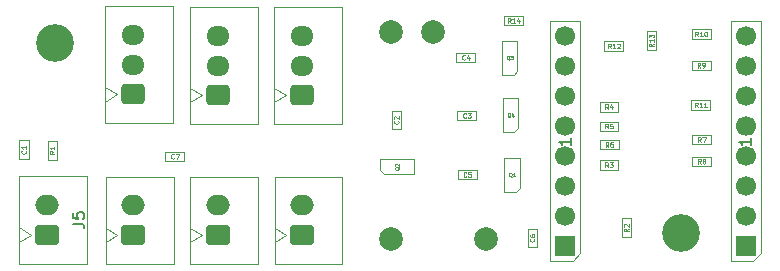
<source format=gbr>
%TF.GenerationSoftware,KiCad,Pcbnew,9.0.3*%
%TF.CreationDate,2025-09-10T20:52:41+09:00*%
%TF.ProjectId,mirror_Shooter_v2,6d697272-6f72-45f5-9368-6f6f7465725f,rev?*%
%TF.SameCoordinates,Original*%
%TF.FileFunction,Soldermask,Bot*%
%TF.FilePolarity,Negative*%
%FSLAX46Y46*%
G04 Gerber Fmt 4.6, Leading zero omitted, Abs format (unit mm)*
G04 Created by KiCad (PCBNEW 9.0.3) date 2025-09-10 20:52:41*
%MOMM*%
%LPD*%
G01*
G04 APERTURE LIST*
G04 Aperture macros list*
%AMRoundRect*
0 Rectangle with rounded corners*
0 $1 Rounding radius*
0 $2 $3 $4 $5 $6 $7 $8 $9 X,Y pos of 4 corners*
0 Add a 4 corners polygon primitive as box body*
4,1,4,$2,$3,$4,$5,$6,$7,$8,$9,$2,$3,0*
0 Add four circle primitives for the rounded corners*
1,1,$1+$1,$2,$3*
1,1,$1+$1,$4,$5*
1,1,$1+$1,$6,$7*
1,1,$1+$1,$8,$9*
0 Add four rect primitives between the rounded corners*
20,1,$1+$1,$2,$3,$4,$5,0*
20,1,$1+$1,$4,$5,$6,$7,0*
20,1,$1+$1,$6,$7,$8,$9,0*
20,1,$1+$1,$8,$9,$2,$3,0*%
G04 Aperture macros list end*
%ADD10RoundRect,0.250000X0.750000X-0.600000X0.750000X0.600000X-0.750000X0.600000X-0.750000X-0.600000X0*%
%ADD11O,2.000000X1.700000*%
%ADD12C,3.200000*%
%ADD13C,1.700000*%
%ADD14R,1.700000X1.700000*%
%ADD15RoundRect,0.250000X0.725000X-0.600000X0.725000X0.600000X-0.725000X0.600000X-0.725000X-0.600000X0*%
%ADD16O,1.950000X1.700000*%
%ADD17C,2.000000*%
%ADD18C,0.060000*%
%ADD19C,0.150000*%
%ADD20C,0.050000*%
%ADD21C,0.100000*%
G04 APERTURE END LIST*
D10*
%TO.C,J5*%
X162814000Y-118324000D03*
D11*
X162814000Y-115824000D03*
%TD*%
D12*
%TO.C,H1*%
X163450000Y-102100000D03*
%TD*%
%TO.C,H2*%
X216490000Y-118140000D03*
%TD*%
D13*
%TO.C,J10*%
X206700000Y-101460000D03*
X206700000Y-104000000D03*
X206700000Y-106540000D03*
X206700000Y-109080000D03*
X206700000Y-111620000D03*
X206700000Y-114160000D03*
X206700000Y-116700000D03*
D14*
X206700000Y-119240000D03*
%TD*%
D15*
%TO.C,J1*%
X184400000Y-106500000D03*
D16*
X184400000Y-104000000D03*
X184400000Y-101500000D03*
%TD*%
D15*
%TO.C,J3*%
X170100000Y-106450000D03*
D16*
X170100000Y-103950000D03*
X170100000Y-101450000D03*
%TD*%
D15*
%TO.C,J2*%
X177250000Y-106500000D03*
D16*
X177250000Y-104000000D03*
X177250000Y-101500000D03*
%TD*%
D17*
%TO.C,J9*%
X199950000Y-118680900D03*
X191950000Y-118680900D03*
%TD*%
D10*
%TO.C,J7*%
X170125000Y-118350000D03*
D11*
X170125000Y-115850000D03*
%TD*%
D10*
%TO.C,J8*%
X184425000Y-118350000D03*
D11*
X184425000Y-115850000D03*
%TD*%
D17*
%TO.C,J4*%
X191950000Y-101180900D03*
X195450000Y-101180900D03*
%TD*%
D10*
%TO.C,J6*%
X177275000Y-118350000D03*
D11*
X177275000Y-115850000D03*
%TD*%
D14*
%TO.C,J11*%
X221950000Y-119240000D03*
D13*
X221950000Y-116700000D03*
X221950000Y-114160000D03*
X221950000Y-111620000D03*
X221950000Y-109080000D03*
X221950000Y-106540000D03*
X221950000Y-104000000D03*
X221950000Y-101460000D03*
%TD*%
D18*
X202053857Y-100384927D02*
X201920524Y-100194451D01*
X201825286Y-100384927D02*
X201825286Y-99984927D01*
X201825286Y-99984927D02*
X201977667Y-99984927D01*
X201977667Y-99984927D02*
X202015762Y-100003975D01*
X202015762Y-100003975D02*
X202034809Y-100023022D01*
X202034809Y-100023022D02*
X202053857Y-100061118D01*
X202053857Y-100061118D02*
X202053857Y-100118260D01*
X202053857Y-100118260D02*
X202034809Y-100156356D01*
X202034809Y-100156356D02*
X202015762Y-100175403D01*
X202015762Y-100175403D02*
X201977667Y-100194451D01*
X201977667Y-100194451D02*
X201825286Y-100194451D01*
X202434809Y-100384927D02*
X202206238Y-100384927D01*
X202320524Y-100384927D02*
X202320524Y-99984927D01*
X202320524Y-99984927D02*
X202282428Y-100042070D01*
X202282428Y-100042070D02*
X202244333Y-100080165D01*
X202244333Y-100080165D02*
X202206238Y-100099213D01*
X202777666Y-100118260D02*
X202777666Y-100384927D01*
X202682428Y-99965880D02*
X202587190Y-100251594D01*
X202587190Y-100251594D02*
X202834809Y-100251594D01*
X214176927Y-102137642D02*
X213986451Y-102270975D01*
X214176927Y-102366213D02*
X213776927Y-102366213D01*
X213776927Y-102366213D02*
X213776927Y-102213832D01*
X213776927Y-102213832D02*
X213795975Y-102175737D01*
X213795975Y-102175737D02*
X213815022Y-102156690D01*
X213815022Y-102156690D02*
X213853118Y-102137642D01*
X213853118Y-102137642D02*
X213910260Y-102137642D01*
X213910260Y-102137642D02*
X213948356Y-102156690D01*
X213948356Y-102156690D02*
X213967403Y-102175737D01*
X213967403Y-102175737D02*
X213986451Y-102213832D01*
X213986451Y-102213832D02*
X213986451Y-102366213D01*
X214176927Y-101756690D02*
X214176927Y-101985261D01*
X214176927Y-101870975D02*
X213776927Y-101870975D01*
X213776927Y-101870975D02*
X213834070Y-101909071D01*
X213834070Y-101909071D02*
X213872165Y-101947166D01*
X213872165Y-101947166D02*
X213891213Y-101985261D01*
X213776927Y-101623357D02*
X213776927Y-101375738D01*
X213776927Y-101375738D02*
X213929308Y-101509071D01*
X213929308Y-101509071D02*
X213929308Y-101451928D01*
X213929308Y-101451928D02*
X213948356Y-101413833D01*
X213948356Y-101413833D02*
X213967403Y-101394785D01*
X213967403Y-101394785D02*
X214005499Y-101375738D01*
X214005499Y-101375738D02*
X214100737Y-101375738D01*
X214100737Y-101375738D02*
X214138832Y-101394785D01*
X214138832Y-101394785D02*
X214157880Y-101413833D01*
X214157880Y-101413833D02*
X214176927Y-101451928D01*
X214176927Y-101451928D02*
X214176927Y-101566214D01*
X214176927Y-101566214D02*
X214157880Y-101604309D01*
X214157880Y-101604309D02*
X214138832Y-101623357D01*
X210536357Y-102543927D02*
X210403024Y-102353451D01*
X210307786Y-102543927D02*
X210307786Y-102143927D01*
X210307786Y-102143927D02*
X210460167Y-102143927D01*
X210460167Y-102143927D02*
X210498262Y-102162975D01*
X210498262Y-102162975D02*
X210517309Y-102182022D01*
X210517309Y-102182022D02*
X210536357Y-102220118D01*
X210536357Y-102220118D02*
X210536357Y-102277260D01*
X210536357Y-102277260D02*
X210517309Y-102315356D01*
X210517309Y-102315356D02*
X210498262Y-102334403D01*
X210498262Y-102334403D02*
X210460167Y-102353451D01*
X210460167Y-102353451D02*
X210307786Y-102353451D01*
X210917309Y-102543927D02*
X210688738Y-102543927D01*
X210803024Y-102543927D02*
X210803024Y-102143927D01*
X210803024Y-102143927D02*
X210764928Y-102201070D01*
X210764928Y-102201070D02*
X210726833Y-102239165D01*
X210726833Y-102239165D02*
X210688738Y-102258213D01*
X211069690Y-102182022D02*
X211088738Y-102162975D01*
X211088738Y-102162975D02*
X211126833Y-102143927D01*
X211126833Y-102143927D02*
X211222071Y-102143927D01*
X211222071Y-102143927D02*
X211260166Y-102162975D01*
X211260166Y-102162975D02*
X211279214Y-102182022D01*
X211279214Y-102182022D02*
X211298261Y-102220118D01*
X211298261Y-102220118D02*
X211298261Y-102258213D01*
X211298261Y-102258213D02*
X211279214Y-102315356D01*
X211279214Y-102315356D02*
X211050642Y-102543927D01*
X211050642Y-102543927D02*
X211298261Y-102543927D01*
D19*
X164968819Y-117407333D02*
X165683104Y-117407333D01*
X165683104Y-117407333D02*
X165825961Y-117454952D01*
X165825961Y-117454952D02*
X165921200Y-117550190D01*
X165921200Y-117550190D02*
X165968819Y-117693047D01*
X165968819Y-117693047D02*
X165968819Y-117788285D01*
X164968819Y-116454952D02*
X164968819Y-116931142D01*
X164968819Y-116931142D02*
X165445009Y-116978761D01*
X165445009Y-116978761D02*
X165397390Y-116931142D01*
X165397390Y-116931142D02*
X165349771Y-116835904D01*
X165349771Y-116835904D02*
X165349771Y-116597809D01*
X165349771Y-116597809D02*
X165397390Y-116502571D01*
X165397390Y-116502571D02*
X165445009Y-116454952D01*
X165445009Y-116454952D02*
X165540247Y-116407333D01*
X165540247Y-116407333D02*
X165778342Y-116407333D01*
X165778342Y-116407333D02*
X165873580Y-116454952D01*
X165873580Y-116454952D02*
X165921200Y-116502571D01*
X165921200Y-116502571D02*
X165968819Y-116597809D01*
X165968819Y-116597809D02*
X165968819Y-116835904D01*
X165968819Y-116835904D02*
X165921200Y-116931142D01*
X165921200Y-116931142D02*
X165873580Y-116978761D01*
X162688095Y-102554819D02*
X162688095Y-101554819D01*
X162688095Y-102031009D02*
X163259523Y-102031009D01*
X163259523Y-102554819D02*
X163259523Y-101554819D01*
X164259523Y-102554819D02*
X163688095Y-102554819D01*
X163973809Y-102554819D02*
X163973809Y-101554819D01*
X163973809Y-101554819D02*
X163878571Y-101697676D01*
X163878571Y-101697676D02*
X163783333Y-101792914D01*
X163783333Y-101792914D02*
X163688095Y-101840533D01*
X215728095Y-118594819D02*
X215728095Y-117594819D01*
X215728095Y-118071009D02*
X216299523Y-118071009D01*
X216299523Y-118594819D02*
X216299523Y-117594819D01*
X216728095Y-117690057D02*
X216775714Y-117642438D01*
X216775714Y-117642438D02*
X216870952Y-117594819D01*
X216870952Y-117594819D02*
X217109047Y-117594819D01*
X217109047Y-117594819D02*
X217204285Y-117642438D01*
X217204285Y-117642438D02*
X217251904Y-117690057D01*
X217251904Y-117690057D02*
X217299523Y-117785295D01*
X217299523Y-117785295D02*
X217299523Y-117880533D01*
X217299523Y-117880533D02*
X217251904Y-118023390D01*
X217251904Y-118023390D02*
X216680476Y-118594819D01*
X216680476Y-118594819D02*
X217299523Y-118594819D01*
X206154819Y-111159523D02*
X206869104Y-111159523D01*
X206869104Y-111159523D02*
X207011961Y-111207142D01*
X207011961Y-111207142D02*
X207107200Y-111302380D01*
X207107200Y-111302380D02*
X207154819Y-111445237D01*
X207154819Y-111445237D02*
X207154819Y-111540475D01*
X207154819Y-110159523D02*
X207154819Y-110730951D01*
X207154819Y-110445237D02*
X206154819Y-110445237D01*
X206154819Y-110445237D02*
X206297676Y-110540475D01*
X206297676Y-110540475D02*
X206392914Y-110635713D01*
X206392914Y-110635713D02*
X206440533Y-110730951D01*
X206154819Y-109540475D02*
X206154819Y-109445237D01*
X206154819Y-109445237D02*
X206202438Y-109349999D01*
X206202438Y-109349999D02*
X206250057Y-109302380D01*
X206250057Y-109302380D02*
X206345295Y-109254761D01*
X206345295Y-109254761D02*
X206535771Y-109207142D01*
X206535771Y-109207142D02*
X206773866Y-109207142D01*
X206773866Y-109207142D02*
X206964342Y-109254761D01*
X206964342Y-109254761D02*
X207059580Y-109302380D01*
X207059580Y-109302380D02*
X207107200Y-109349999D01*
X207107200Y-109349999D02*
X207154819Y-109445237D01*
X207154819Y-109445237D02*
X207154819Y-109540475D01*
X207154819Y-109540475D02*
X207107200Y-109635713D01*
X207107200Y-109635713D02*
X207059580Y-109683332D01*
X207059580Y-109683332D02*
X206964342Y-109730951D01*
X206964342Y-109730951D02*
X206773866Y-109778570D01*
X206773866Y-109778570D02*
X206535771Y-109778570D01*
X206535771Y-109778570D02*
X206345295Y-109730951D01*
X206345295Y-109730951D02*
X206250057Y-109683332D01*
X206250057Y-109683332D02*
X206202438Y-109635713D01*
X206202438Y-109635713D02*
X206154819Y-109540475D01*
D18*
X163431927Y-111254166D02*
X163241451Y-111387499D01*
X163431927Y-111482737D02*
X163031927Y-111482737D01*
X163031927Y-111482737D02*
X163031927Y-111330356D01*
X163031927Y-111330356D02*
X163050975Y-111292261D01*
X163050975Y-111292261D02*
X163070022Y-111273214D01*
X163070022Y-111273214D02*
X163108118Y-111254166D01*
X163108118Y-111254166D02*
X163165260Y-111254166D01*
X163165260Y-111254166D02*
X163203356Y-111273214D01*
X163203356Y-111273214D02*
X163222403Y-111292261D01*
X163222403Y-111292261D02*
X163241451Y-111330356D01*
X163241451Y-111330356D02*
X163241451Y-111482737D01*
X163431927Y-110873214D02*
X163431927Y-111101785D01*
X163431927Y-110987499D02*
X163031927Y-110987499D01*
X163031927Y-110987499D02*
X163089070Y-111025595D01*
X163089070Y-111025595D02*
X163127165Y-111063690D01*
X163127165Y-111063690D02*
X163146213Y-111101785D01*
X210320833Y-107681927D02*
X210187500Y-107491451D01*
X210092262Y-107681927D02*
X210092262Y-107281927D01*
X210092262Y-107281927D02*
X210244643Y-107281927D01*
X210244643Y-107281927D02*
X210282738Y-107300975D01*
X210282738Y-107300975D02*
X210301785Y-107320022D01*
X210301785Y-107320022D02*
X210320833Y-107358118D01*
X210320833Y-107358118D02*
X210320833Y-107415260D01*
X210320833Y-107415260D02*
X210301785Y-107453356D01*
X210301785Y-107453356D02*
X210282738Y-107472403D01*
X210282738Y-107472403D02*
X210244643Y-107491451D01*
X210244643Y-107491451D02*
X210092262Y-107491451D01*
X210663690Y-107415260D02*
X210663690Y-107681927D01*
X210568452Y-107262880D02*
X210473214Y-107548594D01*
X210473214Y-107548594D02*
X210720833Y-107548594D01*
X218169033Y-110468727D02*
X218035700Y-110278251D01*
X217940462Y-110468727D02*
X217940462Y-110068727D01*
X217940462Y-110068727D02*
X218092843Y-110068727D01*
X218092843Y-110068727D02*
X218130938Y-110087775D01*
X218130938Y-110087775D02*
X218149985Y-110106822D01*
X218149985Y-110106822D02*
X218169033Y-110144918D01*
X218169033Y-110144918D02*
X218169033Y-110202060D01*
X218169033Y-110202060D02*
X218149985Y-110240156D01*
X218149985Y-110240156D02*
X218130938Y-110259203D01*
X218130938Y-110259203D02*
X218092843Y-110278251D01*
X218092843Y-110278251D02*
X217940462Y-110278251D01*
X218302366Y-110068727D02*
X218569033Y-110068727D01*
X218569033Y-110068727D02*
X218397604Y-110468727D01*
X204043832Y-118666666D02*
X204062880Y-118685714D01*
X204062880Y-118685714D02*
X204081927Y-118742856D01*
X204081927Y-118742856D02*
X204081927Y-118780952D01*
X204081927Y-118780952D02*
X204062880Y-118838095D01*
X204062880Y-118838095D02*
X204024784Y-118876190D01*
X204024784Y-118876190D02*
X203986689Y-118895237D01*
X203986689Y-118895237D02*
X203910499Y-118914285D01*
X203910499Y-118914285D02*
X203853356Y-118914285D01*
X203853356Y-118914285D02*
X203777165Y-118895237D01*
X203777165Y-118895237D02*
X203739070Y-118876190D01*
X203739070Y-118876190D02*
X203700975Y-118838095D01*
X203700975Y-118838095D02*
X203681927Y-118780952D01*
X203681927Y-118780952D02*
X203681927Y-118742856D01*
X203681927Y-118742856D02*
X203700975Y-118685714D01*
X203700975Y-118685714D02*
X203720022Y-118666666D01*
X203681927Y-118323809D02*
X203681927Y-118399999D01*
X203681927Y-118399999D02*
X203700975Y-118438095D01*
X203700975Y-118438095D02*
X203720022Y-118457142D01*
X203720022Y-118457142D02*
X203777165Y-118495237D01*
X203777165Y-118495237D02*
X203853356Y-118514285D01*
X203853356Y-118514285D02*
X204005737Y-118514285D01*
X204005737Y-118514285D02*
X204043832Y-118495237D01*
X204043832Y-118495237D02*
X204062880Y-118476190D01*
X204062880Y-118476190D02*
X204081927Y-118438095D01*
X204081927Y-118438095D02*
X204081927Y-118361904D01*
X204081927Y-118361904D02*
X204062880Y-118323809D01*
X204062880Y-118323809D02*
X204043832Y-118304761D01*
X204043832Y-118304761D02*
X204005737Y-118285714D01*
X204005737Y-118285714D02*
X203910499Y-118285714D01*
X203910499Y-118285714D02*
X203872403Y-118304761D01*
X203872403Y-118304761D02*
X203853356Y-118323809D01*
X203853356Y-118323809D02*
X203834308Y-118361904D01*
X203834308Y-118361904D02*
X203834308Y-118438095D01*
X203834308Y-118438095D02*
X203853356Y-118476190D01*
X203853356Y-118476190D02*
X203872403Y-118495237D01*
X203872403Y-118495237D02*
X203910499Y-118514285D01*
X217900357Y-107531927D02*
X217767024Y-107341451D01*
X217671786Y-107531927D02*
X217671786Y-107131927D01*
X217671786Y-107131927D02*
X217824167Y-107131927D01*
X217824167Y-107131927D02*
X217862262Y-107150975D01*
X217862262Y-107150975D02*
X217881309Y-107170022D01*
X217881309Y-107170022D02*
X217900357Y-107208118D01*
X217900357Y-107208118D02*
X217900357Y-107265260D01*
X217900357Y-107265260D02*
X217881309Y-107303356D01*
X217881309Y-107303356D02*
X217862262Y-107322403D01*
X217862262Y-107322403D02*
X217824167Y-107341451D01*
X217824167Y-107341451D02*
X217671786Y-107341451D01*
X218281309Y-107531927D02*
X218052738Y-107531927D01*
X218167024Y-107531927D02*
X218167024Y-107131927D01*
X218167024Y-107131927D02*
X218128928Y-107189070D01*
X218128928Y-107189070D02*
X218090833Y-107227165D01*
X218090833Y-107227165D02*
X218052738Y-107246213D01*
X218662261Y-107531927D02*
X218433690Y-107531927D01*
X218547976Y-107531927D02*
X218547976Y-107131927D01*
X218547976Y-107131927D02*
X218509880Y-107189070D01*
X218509880Y-107189070D02*
X218471785Y-107227165D01*
X218471785Y-107227165D02*
X218433690Y-107246213D01*
X210320833Y-112592927D02*
X210187500Y-112402451D01*
X210092262Y-112592927D02*
X210092262Y-112192927D01*
X210092262Y-112192927D02*
X210244643Y-112192927D01*
X210244643Y-112192927D02*
X210282738Y-112211975D01*
X210282738Y-112211975D02*
X210301785Y-112231022D01*
X210301785Y-112231022D02*
X210320833Y-112269118D01*
X210320833Y-112269118D02*
X210320833Y-112326260D01*
X210320833Y-112326260D02*
X210301785Y-112364356D01*
X210301785Y-112364356D02*
X210282738Y-112383403D01*
X210282738Y-112383403D02*
X210244643Y-112402451D01*
X210244643Y-112402451D02*
X210092262Y-112402451D01*
X210454166Y-112192927D02*
X210701785Y-112192927D01*
X210701785Y-112192927D02*
X210568452Y-112345308D01*
X210568452Y-112345308D02*
X210625595Y-112345308D01*
X210625595Y-112345308D02*
X210663690Y-112364356D01*
X210663690Y-112364356D02*
X210682738Y-112383403D01*
X210682738Y-112383403D02*
X210701785Y-112421499D01*
X210701785Y-112421499D02*
X210701785Y-112516737D01*
X210701785Y-112516737D02*
X210682738Y-112554832D01*
X210682738Y-112554832D02*
X210663690Y-112573880D01*
X210663690Y-112573880D02*
X210625595Y-112592927D01*
X210625595Y-112592927D02*
X210511309Y-112592927D01*
X210511309Y-112592927D02*
X210473214Y-112573880D01*
X210473214Y-112573880D02*
X210454166Y-112554832D01*
X212041927Y-117806666D02*
X211851451Y-117939999D01*
X212041927Y-118035237D02*
X211641927Y-118035237D01*
X211641927Y-118035237D02*
X211641927Y-117882856D01*
X211641927Y-117882856D02*
X211660975Y-117844761D01*
X211660975Y-117844761D02*
X211680022Y-117825714D01*
X211680022Y-117825714D02*
X211718118Y-117806666D01*
X211718118Y-117806666D02*
X211775260Y-117806666D01*
X211775260Y-117806666D02*
X211813356Y-117825714D01*
X211813356Y-117825714D02*
X211832403Y-117844761D01*
X211832403Y-117844761D02*
X211851451Y-117882856D01*
X211851451Y-117882856D02*
X211851451Y-118035237D01*
X211680022Y-117654285D02*
X211660975Y-117635237D01*
X211660975Y-117635237D02*
X211641927Y-117597142D01*
X211641927Y-117597142D02*
X211641927Y-117501904D01*
X211641927Y-117501904D02*
X211660975Y-117463809D01*
X211660975Y-117463809D02*
X211680022Y-117444761D01*
X211680022Y-117444761D02*
X211718118Y-117425714D01*
X211718118Y-117425714D02*
X211756213Y-117425714D01*
X211756213Y-117425714D02*
X211813356Y-117444761D01*
X211813356Y-117444761D02*
X212041927Y-117673333D01*
X212041927Y-117673333D02*
X212041927Y-117425714D01*
D20*
X202032023Y-108375914D02*
X202001547Y-108360676D01*
X202001547Y-108360676D02*
X201971071Y-108330200D01*
X201971071Y-108330200D02*
X201925357Y-108284485D01*
X201925357Y-108284485D02*
X201894880Y-108269247D01*
X201894880Y-108269247D02*
X201864404Y-108269247D01*
X201879642Y-108345438D02*
X201849166Y-108330200D01*
X201849166Y-108330200D02*
X201818690Y-108299723D01*
X201818690Y-108299723D02*
X201803452Y-108238771D01*
X201803452Y-108238771D02*
X201803452Y-108132104D01*
X201803452Y-108132104D02*
X201818690Y-108071152D01*
X201818690Y-108071152D02*
X201849166Y-108040676D01*
X201849166Y-108040676D02*
X201879642Y-108025438D01*
X201879642Y-108025438D02*
X201940595Y-108025438D01*
X201940595Y-108025438D02*
X201971071Y-108040676D01*
X201971071Y-108040676D02*
X202001547Y-108071152D01*
X202001547Y-108071152D02*
X202016785Y-108132104D01*
X202016785Y-108132104D02*
X202016785Y-108238771D01*
X202016785Y-108238771D02*
X202001547Y-108299723D01*
X202001547Y-108299723D02*
X201971071Y-108330200D01*
X201971071Y-108330200D02*
X201940595Y-108345438D01*
X201940595Y-108345438D02*
X201879642Y-108345438D01*
X202291071Y-108132104D02*
X202291071Y-108345438D01*
X202214880Y-108010200D02*
X202138690Y-108238771D01*
X202138690Y-108238771D02*
X202336785Y-108238771D01*
D18*
X217929957Y-101527927D02*
X217796624Y-101337451D01*
X217701386Y-101527927D02*
X217701386Y-101127927D01*
X217701386Y-101127927D02*
X217853767Y-101127927D01*
X217853767Y-101127927D02*
X217891862Y-101146975D01*
X217891862Y-101146975D02*
X217910909Y-101166022D01*
X217910909Y-101166022D02*
X217929957Y-101204118D01*
X217929957Y-101204118D02*
X217929957Y-101261260D01*
X217929957Y-101261260D02*
X217910909Y-101299356D01*
X217910909Y-101299356D02*
X217891862Y-101318403D01*
X217891862Y-101318403D02*
X217853767Y-101337451D01*
X217853767Y-101337451D02*
X217701386Y-101337451D01*
X218310909Y-101527927D02*
X218082338Y-101527927D01*
X218196624Y-101527927D02*
X218196624Y-101127927D01*
X218196624Y-101127927D02*
X218158528Y-101185070D01*
X218158528Y-101185070D02*
X218120433Y-101223165D01*
X218120433Y-101223165D02*
X218082338Y-101242213D01*
X218558528Y-101127927D02*
X218596623Y-101127927D01*
X218596623Y-101127927D02*
X218634719Y-101146975D01*
X218634719Y-101146975D02*
X218653766Y-101166022D01*
X218653766Y-101166022D02*
X218672814Y-101204118D01*
X218672814Y-101204118D02*
X218691861Y-101280308D01*
X218691861Y-101280308D02*
X218691861Y-101375546D01*
X218691861Y-101375546D02*
X218672814Y-101451737D01*
X218672814Y-101451737D02*
X218653766Y-101489832D01*
X218653766Y-101489832D02*
X218634719Y-101508880D01*
X218634719Y-101508880D02*
X218596623Y-101527927D01*
X218596623Y-101527927D02*
X218558528Y-101527927D01*
X218558528Y-101527927D02*
X218520433Y-101508880D01*
X218520433Y-101508880D02*
X218501385Y-101489832D01*
X218501385Y-101489832D02*
X218482338Y-101451737D01*
X218482338Y-101451737D02*
X218463290Y-101375546D01*
X218463290Y-101375546D02*
X218463290Y-101280308D01*
X218463290Y-101280308D02*
X218482338Y-101204118D01*
X218482338Y-101204118D02*
X218501385Y-101166022D01*
X218501385Y-101166022D02*
X218520433Y-101146975D01*
X218520433Y-101146975D02*
X218558528Y-101127927D01*
X210320833Y-109332927D02*
X210187500Y-109142451D01*
X210092262Y-109332927D02*
X210092262Y-108932927D01*
X210092262Y-108932927D02*
X210244643Y-108932927D01*
X210244643Y-108932927D02*
X210282738Y-108951975D01*
X210282738Y-108951975D02*
X210301785Y-108971022D01*
X210301785Y-108971022D02*
X210320833Y-109009118D01*
X210320833Y-109009118D02*
X210320833Y-109066260D01*
X210320833Y-109066260D02*
X210301785Y-109104356D01*
X210301785Y-109104356D02*
X210282738Y-109123403D01*
X210282738Y-109123403D02*
X210244643Y-109142451D01*
X210244643Y-109142451D02*
X210092262Y-109142451D01*
X210682738Y-108932927D02*
X210492262Y-108932927D01*
X210492262Y-108932927D02*
X210473214Y-109123403D01*
X210473214Y-109123403D02*
X210492262Y-109104356D01*
X210492262Y-109104356D02*
X210530357Y-109085308D01*
X210530357Y-109085308D02*
X210625595Y-109085308D01*
X210625595Y-109085308D02*
X210663690Y-109104356D01*
X210663690Y-109104356D02*
X210682738Y-109123403D01*
X210682738Y-109123403D02*
X210701785Y-109161499D01*
X210701785Y-109161499D02*
X210701785Y-109256737D01*
X210701785Y-109256737D02*
X210682738Y-109294832D01*
X210682738Y-109294832D02*
X210663690Y-109313880D01*
X210663690Y-109313880D02*
X210625595Y-109332927D01*
X210625595Y-109332927D02*
X210530357Y-109332927D01*
X210530357Y-109332927D02*
X210492262Y-109313880D01*
X210492262Y-109313880D02*
X210473214Y-109294832D01*
X198320833Y-113393832D02*
X198301785Y-113412880D01*
X198301785Y-113412880D02*
X198244643Y-113431927D01*
X198244643Y-113431927D02*
X198206547Y-113431927D01*
X198206547Y-113431927D02*
X198149404Y-113412880D01*
X198149404Y-113412880D02*
X198111309Y-113374784D01*
X198111309Y-113374784D02*
X198092262Y-113336689D01*
X198092262Y-113336689D02*
X198073214Y-113260499D01*
X198073214Y-113260499D02*
X198073214Y-113203356D01*
X198073214Y-113203356D02*
X198092262Y-113127165D01*
X198092262Y-113127165D02*
X198111309Y-113089070D01*
X198111309Y-113089070D02*
X198149404Y-113050975D01*
X198149404Y-113050975D02*
X198206547Y-113031927D01*
X198206547Y-113031927D02*
X198244643Y-113031927D01*
X198244643Y-113031927D02*
X198301785Y-113050975D01*
X198301785Y-113050975D02*
X198320833Y-113070022D01*
X198682738Y-113031927D02*
X198492262Y-113031927D01*
X198492262Y-113031927D02*
X198473214Y-113222403D01*
X198473214Y-113222403D02*
X198492262Y-113203356D01*
X198492262Y-113203356D02*
X198530357Y-113184308D01*
X198530357Y-113184308D02*
X198625595Y-113184308D01*
X198625595Y-113184308D02*
X198663690Y-113203356D01*
X198663690Y-113203356D02*
X198682738Y-113222403D01*
X198682738Y-113222403D02*
X198701785Y-113260499D01*
X198701785Y-113260499D02*
X198701785Y-113355737D01*
X198701785Y-113355737D02*
X198682738Y-113393832D01*
X198682738Y-113393832D02*
X198663690Y-113412880D01*
X198663690Y-113412880D02*
X198625595Y-113431927D01*
X198625595Y-113431927D02*
X198530357Y-113431927D01*
X198530357Y-113431927D02*
X198492262Y-113412880D01*
X198492262Y-113412880D02*
X198473214Y-113393832D01*
D20*
X202157023Y-113425914D02*
X202126547Y-113410676D01*
X202126547Y-113410676D02*
X202096071Y-113380200D01*
X202096071Y-113380200D02*
X202050357Y-113334485D01*
X202050357Y-113334485D02*
X202019880Y-113319247D01*
X202019880Y-113319247D02*
X201989404Y-113319247D01*
X202004642Y-113395438D02*
X201974166Y-113380200D01*
X201974166Y-113380200D02*
X201943690Y-113349723D01*
X201943690Y-113349723D02*
X201928452Y-113288771D01*
X201928452Y-113288771D02*
X201928452Y-113182104D01*
X201928452Y-113182104D02*
X201943690Y-113121152D01*
X201943690Y-113121152D02*
X201974166Y-113090676D01*
X201974166Y-113090676D02*
X202004642Y-113075438D01*
X202004642Y-113075438D02*
X202065595Y-113075438D01*
X202065595Y-113075438D02*
X202096071Y-113090676D01*
X202096071Y-113090676D02*
X202126547Y-113121152D01*
X202126547Y-113121152D02*
X202141785Y-113182104D01*
X202141785Y-113182104D02*
X202141785Y-113288771D01*
X202141785Y-113288771D02*
X202126547Y-113349723D01*
X202126547Y-113349723D02*
X202096071Y-113380200D01*
X202096071Y-113380200D02*
X202065595Y-113395438D01*
X202065595Y-113395438D02*
X202004642Y-113395438D01*
X202446547Y-113395438D02*
X202263690Y-113395438D01*
X202355118Y-113395438D02*
X202355118Y-113075438D01*
X202355118Y-113075438D02*
X202324642Y-113121152D01*
X202324642Y-113121152D02*
X202294166Y-113151628D01*
X202294166Y-113151628D02*
X202263690Y-113166866D01*
D18*
X198295833Y-108393832D02*
X198276785Y-108412880D01*
X198276785Y-108412880D02*
X198219643Y-108431927D01*
X198219643Y-108431927D02*
X198181547Y-108431927D01*
X198181547Y-108431927D02*
X198124404Y-108412880D01*
X198124404Y-108412880D02*
X198086309Y-108374784D01*
X198086309Y-108374784D02*
X198067262Y-108336689D01*
X198067262Y-108336689D02*
X198048214Y-108260499D01*
X198048214Y-108260499D02*
X198048214Y-108203356D01*
X198048214Y-108203356D02*
X198067262Y-108127165D01*
X198067262Y-108127165D02*
X198086309Y-108089070D01*
X198086309Y-108089070D02*
X198124404Y-108050975D01*
X198124404Y-108050975D02*
X198181547Y-108031927D01*
X198181547Y-108031927D02*
X198219643Y-108031927D01*
X198219643Y-108031927D02*
X198276785Y-108050975D01*
X198276785Y-108050975D02*
X198295833Y-108070022D01*
X198429166Y-108031927D02*
X198676785Y-108031927D01*
X198676785Y-108031927D02*
X198543452Y-108184308D01*
X198543452Y-108184308D02*
X198600595Y-108184308D01*
X198600595Y-108184308D02*
X198638690Y-108203356D01*
X198638690Y-108203356D02*
X198657738Y-108222403D01*
X198657738Y-108222403D02*
X198676785Y-108260499D01*
X198676785Y-108260499D02*
X198676785Y-108355737D01*
X198676785Y-108355737D02*
X198657738Y-108393832D01*
X198657738Y-108393832D02*
X198638690Y-108412880D01*
X198638690Y-108412880D02*
X198600595Y-108431927D01*
X198600595Y-108431927D02*
X198486309Y-108431927D01*
X198486309Y-108431927D02*
X198448214Y-108412880D01*
X198448214Y-108412880D02*
X198429166Y-108393832D01*
X218120433Y-104169527D02*
X217987100Y-103979051D01*
X217891862Y-104169527D02*
X217891862Y-103769527D01*
X217891862Y-103769527D02*
X218044243Y-103769527D01*
X218044243Y-103769527D02*
X218082338Y-103788575D01*
X218082338Y-103788575D02*
X218101385Y-103807622D01*
X218101385Y-103807622D02*
X218120433Y-103845718D01*
X218120433Y-103845718D02*
X218120433Y-103902860D01*
X218120433Y-103902860D02*
X218101385Y-103940956D01*
X218101385Y-103940956D02*
X218082338Y-103960003D01*
X218082338Y-103960003D02*
X218044243Y-103979051D01*
X218044243Y-103979051D02*
X217891862Y-103979051D01*
X218310909Y-104169527D02*
X218387100Y-104169527D01*
X218387100Y-104169527D02*
X218425195Y-104150480D01*
X218425195Y-104150480D02*
X218444243Y-104131432D01*
X218444243Y-104131432D02*
X218482338Y-104074289D01*
X218482338Y-104074289D02*
X218501385Y-103998099D01*
X218501385Y-103998099D02*
X218501385Y-103845718D01*
X218501385Y-103845718D02*
X218482338Y-103807622D01*
X218482338Y-103807622D02*
X218463290Y-103788575D01*
X218463290Y-103788575D02*
X218425195Y-103769527D01*
X218425195Y-103769527D02*
X218349004Y-103769527D01*
X218349004Y-103769527D02*
X218310909Y-103788575D01*
X218310909Y-103788575D02*
X218291862Y-103807622D01*
X218291862Y-103807622D02*
X218272814Y-103845718D01*
X218272814Y-103845718D02*
X218272814Y-103940956D01*
X218272814Y-103940956D02*
X218291862Y-103979051D01*
X218291862Y-103979051D02*
X218310909Y-103998099D01*
X218310909Y-103998099D02*
X218349004Y-104017146D01*
X218349004Y-104017146D02*
X218425195Y-104017146D01*
X218425195Y-104017146D02*
X218463290Y-103998099D01*
X218463290Y-103998099D02*
X218482338Y-103979051D01*
X218482338Y-103979051D02*
X218501385Y-103940956D01*
X160993832Y-111204166D02*
X161012880Y-111223214D01*
X161012880Y-111223214D02*
X161031927Y-111280356D01*
X161031927Y-111280356D02*
X161031927Y-111318452D01*
X161031927Y-111318452D02*
X161012880Y-111375595D01*
X161012880Y-111375595D02*
X160974784Y-111413690D01*
X160974784Y-111413690D02*
X160936689Y-111432737D01*
X160936689Y-111432737D02*
X160860499Y-111451785D01*
X160860499Y-111451785D02*
X160803356Y-111451785D01*
X160803356Y-111451785D02*
X160727165Y-111432737D01*
X160727165Y-111432737D02*
X160689070Y-111413690D01*
X160689070Y-111413690D02*
X160650975Y-111375595D01*
X160650975Y-111375595D02*
X160631927Y-111318452D01*
X160631927Y-111318452D02*
X160631927Y-111280356D01*
X160631927Y-111280356D02*
X160650975Y-111223214D01*
X160650975Y-111223214D02*
X160670022Y-111204166D01*
X161031927Y-110823214D02*
X161031927Y-111051785D01*
X161031927Y-110937499D02*
X160631927Y-110937499D01*
X160631927Y-110937499D02*
X160689070Y-110975595D01*
X160689070Y-110975595D02*
X160727165Y-111013690D01*
X160727165Y-111013690D02*
X160746213Y-111051785D01*
X210344033Y-110891127D02*
X210210700Y-110700651D01*
X210115462Y-110891127D02*
X210115462Y-110491127D01*
X210115462Y-110491127D02*
X210267843Y-110491127D01*
X210267843Y-110491127D02*
X210305938Y-110510175D01*
X210305938Y-110510175D02*
X210324985Y-110529222D01*
X210324985Y-110529222D02*
X210344033Y-110567318D01*
X210344033Y-110567318D02*
X210344033Y-110624460D01*
X210344033Y-110624460D02*
X210324985Y-110662556D01*
X210324985Y-110662556D02*
X210305938Y-110681603D01*
X210305938Y-110681603D02*
X210267843Y-110700651D01*
X210267843Y-110700651D02*
X210115462Y-110700651D01*
X210686890Y-110491127D02*
X210610700Y-110491127D01*
X210610700Y-110491127D02*
X210572604Y-110510175D01*
X210572604Y-110510175D02*
X210553557Y-110529222D01*
X210553557Y-110529222D02*
X210515462Y-110586365D01*
X210515462Y-110586365D02*
X210496414Y-110662556D01*
X210496414Y-110662556D02*
X210496414Y-110814937D01*
X210496414Y-110814937D02*
X210515462Y-110853032D01*
X210515462Y-110853032D02*
X210534509Y-110872080D01*
X210534509Y-110872080D02*
X210572604Y-110891127D01*
X210572604Y-110891127D02*
X210648795Y-110891127D01*
X210648795Y-110891127D02*
X210686890Y-110872080D01*
X210686890Y-110872080D02*
X210705938Y-110853032D01*
X210705938Y-110853032D02*
X210724985Y-110814937D01*
X210724985Y-110814937D02*
X210724985Y-110719699D01*
X210724985Y-110719699D02*
X210705938Y-110681603D01*
X210705938Y-110681603D02*
X210686890Y-110662556D01*
X210686890Y-110662556D02*
X210648795Y-110643508D01*
X210648795Y-110643508D02*
X210572604Y-110643508D01*
X210572604Y-110643508D02*
X210534509Y-110662556D01*
X210534509Y-110662556D02*
X210515462Y-110681603D01*
X210515462Y-110681603D02*
X210496414Y-110719699D01*
D20*
X201950323Y-103517214D02*
X201919847Y-103501976D01*
X201919847Y-103501976D02*
X201889371Y-103471500D01*
X201889371Y-103471500D02*
X201843657Y-103425785D01*
X201843657Y-103425785D02*
X201813180Y-103410547D01*
X201813180Y-103410547D02*
X201782704Y-103410547D01*
X201797942Y-103486738D02*
X201767466Y-103471500D01*
X201767466Y-103471500D02*
X201736990Y-103441023D01*
X201736990Y-103441023D02*
X201721752Y-103380071D01*
X201721752Y-103380071D02*
X201721752Y-103273404D01*
X201721752Y-103273404D02*
X201736990Y-103212452D01*
X201736990Y-103212452D02*
X201767466Y-103181976D01*
X201767466Y-103181976D02*
X201797942Y-103166738D01*
X201797942Y-103166738D02*
X201858895Y-103166738D01*
X201858895Y-103166738D02*
X201889371Y-103181976D01*
X201889371Y-103181976D02*
X201919847Y-103212452D01*
X201919847Y-103212452D02*
X201935085Y-103273404D01*
X201935085Y-103273404D02*
X201935085Y-103380071D01*
X201935085Y-103380071D02*
X201919847Y-103441023D01*
X201919847Y-103441023D02*
X201889371Y-103471500D01*
X201889371Y-103471500D02*
X201858895Y-103486738D01*
X201858895Y-103486738D02*
X201797942Y-103486738D01*
X202041752Y-103166738D02*
X202239847Y-103166738D01*
X202239847Y-103166738D02*
X202133180Y-103288642D01*
X202133180Y-103288642D02*
X202178895Y-103288642D01*
X202178895Y-103288642D02*
X202209371Y-103303880D01*
X202209371Y-103303880D02*
X202224609Y-103319119D01*
X202224609Y-103319119D02*
X202239847Y-103349595D01*
X202239847Y-103349595D02*
X202239847Y-103425785D01*
X202239847Y-103425785D02*
X202224609Y-103456261D01*
X202224609Y-103456261D02*
X202209371Y-103471500D01*
X202209371Y-103471500D02*
X202178895Y-103486738D01*
X202178895Y-103486738D02*
X202087466Y-103486738D01*
X202087466Y-103486738D02*
X202056990Y-103471500D01*
X202056990Y-103471500D02*
X202041752Y-103456261D01*
X192625914Y-112592976D02*
X192610676Y-112623452D01*
X192610676Y-112623452D02*
X192580200Y-112653928D01*
X192580200Y-112653928D02*
X192534485Y-112699642D01*
X192534485Y-112699642D02*
X192519247Y-112730119D01*
X192519247Y-112730119D02*
X192519247Y-112760595D01*
X192595438Y-112745357D02*
X192580200Y-112775833D01*
X192580200Y-112775833D02*
X192549723Y-112806309D01*
X192549723Y-112806309D02*
X192488771Y-112821547D01*
X192488771Y-112821547D02*
X192382104Y-112821547D01*
X192382104Y-112821547D02*
X192321152Y-112806309D01*
X192321152Y-112806309D02*
X192290676Y-112775833D01*
X192290676Y-112775833D02*
X192275438Y-112745357D01*
X192275438Y-112745357D02*
X192275438Y-112684404D01*
X192275438Y-112684404D02*
X192290676Y-112653928D01*
X192290676Y-112653928D02*
X192321152Y-112623452D01*
X192321152Y-112623452D02*
X192382104Y-112608214D01*
X192382104Y-112608214D02*
X192488771Y-112608214D01*
X192488771Y-112608214D02*
X192549723Y-112623452D01*
X192549723Y-112623452D02*
X192580200Y-112653928D01*
X192580200Y-112653928D02*
X192595438Y-112684404D01*
X192595438Y-112684404D02*
X192595438Y-112745357D01*
X192305914Y-112486309D02*
X192290676Y-112471071D01*
X192290676Y-112471071D02*
X192275438Y-112440595D01*
X192275438Y-112440595D02*
X192275438Y-112364404D01*
X192275438Y-112364404D02*
X192290676Y-112333928D01*
X192290676Y-112333928D02*
X192305914Y-112318690D01*
X192305914Y-112318690D02*
X192336390Y-112303452D01*
X192336390Y-112303452D02*
X192366866Y-112303452D01*
X192366866Y-112303452D02*
X192412580Y-112318690D01*
X192412580Y-112318690D02*
X192595438Y-112501547D01*
X192595438Y-112501547D02*
X192595438Y-112303452D01*
D18*
X198204633Y-103471032D02*
X198185585Y-103490080D01*
X198185585Y-103490080D02*
X198128443Y-103509127D01*
X198128443Y-103509127D02*
X198090347Y-103509127D01*
X198090347Y-103509127D02*
X198033204Y-103490080D01*
X198033204Y-103490080D02*
X197995109Y-103451984D01*
X197995109Y-103451984D02*
X197976062Y-103413889D01*
X197976062Y-103413889D02*
X197957014Y-103337699D01*
X197957014Y-103337699D02*
X197957014Y-103280556D01*
X197957014Y-103280556D02*
X197976062Y-103204365D01*
X197976062Y-103204365D02*
X197995109Y-103166270D01*
X197995109Y-103166270D02*
X198033204Y-103128175D01*
X198033204Y-103128175D02*
X198090347Y-103109127D01*
X198090347Y-103109127D02*
X198128443Y-103109127D01*
X198128443Y-103109127D02*
X198185585Y-103128175D01*
X198185585Y-103128175D02*
X198204633Y-103147222D01*
X198547490Y-103242460D02*
X198547490Y-103509127D01*
X198452252Y-103090080D02*
X198357014Y-103375794D01*
X198357014Y-103375794D02*
X198604633Y-103375794D01*
X192543832Y-108679166D02*
X192562880Y-108698214D01*
X192562880Y-108698214D02*
X192581927Y-108755356D01*
X192581927Y-108755356D02*
X192581927Y-108793452D01*
X192581927Y-108793452D02*
X192562880Y-108850595D01*
X192562880Y-108850595D02*
X192524784Y-108888690D01*
X192524784Y-108888690D02*
X192486689Y-108907737D01*
X192486689Y-108907737D02*
X192410499Y-108926785D01*
X192410499Y-108926785D02*
X192353356Y-108926785D01*
X192353356Y-108926785D02*
X192277165Y-108907737D01*
X192277165Y-108907737D02*
X192239070Y-108888690D01*
X192239070Y-108888690D02*
X192200975Y-108850595D01*
X192200975Y-108850595D02*
X192181927Y-108793452D01*
X192181927Y-108793452D02*
X192181927Y-108755356D01*
X192181927Y-108755356D02*
X192200975Y-108698214D01*
X192200975Y-108698214D02*
X192220022Y-108679166D01*
X192220022Y-108526785D02*
X192200975Y-108507737D01*
X192200975Y-108507737D02*
X192181927Y-108469642D01*
X192181927Y-108469642D02*
X192181927Y-108374404D01*
X192181927Y-108374404D02*
X192200975Y-108336309D01*
X192200975Y-108336309D02*
X192220022Y-108317261D01*
X192220022Y-108317261D02*
X192258118Y-108298214D01*
X192258118Y-108298214D02*
X192296213Y-108298214D01*
X192296213Y-108298214D02*
X192353356Y-108317261D01*
X192353356Y-108317261D02*
X192581927Y-108545833D01*
X192581927Y-108545833D02*
X192581927Y-108298214D01*
X173555833Y-111853832D02*
X173536785Y-111872880D01*
X173536785Y-111872880D02*
X173479643Y-111891927D01*
X173479643Y-111891927D02*
X173441547Y-111891927D01*
X173441547Y-111891927D02*
X173384404Y-111872880D01*
X173384404Y-111872880D02*
X173346309Y-111834784D01*
X173346309Y-111834784D02*
X173327262Y-111796689D01*
X173327262Y-111796689D02*
X173308214Y-111720499D01*
X173308214Y-111720499D02*
X173308214Y-111663356D01*
X173308214Y-111663356D02*
X173327262Y-111587165D01*
X173327262Y-111587165D02*
X173346309Y-111549070D01*
X173346309Y-111549070D02*
X173384404Y-111510975D01*
X173384404Y-111510975D02*
X173441547Y-111491927D01*
X173441547Y-111491927D02*
X173479643Y-111491927D01*
X173479643Y-111491927D02*
X173536785Y-111510975D01*
X173536785Y-111510975D02*
X173555833Y-111530022D01*
X173689166Y-111491927D02*
X173955833Y-111491927D01*
X173955833Y-111491927D02*
X173784404Y-111891927D01*
D19*
X221404819Y-111159523D02*
X222119104Y-111159523D01*
X222119104Y-111159523D02*
X222261961Y-111207142D01*
X222261961Y-111207142D02*
X222357200Y-111302380D01*
X222357200Y-111302380D02*
X222404819Y-111445237D01*
X222404819Y-111445237D02*
X222404819Y-111540475D01*
X222404819Y-110159523D02*
X222404819Y-110730951D01*
X222404819Y-110445237D02*
X221404819Y-110445237D01*
X221404819Y-110445237D02*
X221547676Y-110540475D01*
X221547676Y-110540475D02*
X221642914Y-110635713D01*
X221642914Y-110635713D02*
X221690533Y-110730951D01*
X222404819Y-109207142D02*
X222404819Y-109778570D01*
X222404819Y-109492856D02*
X221404819Y-109492856D01*
X221404819Y-109492856D02*
X221547676Y-109588094D01*
X221547676Y-109588094D02*
X221642914Y-109683332D01*
X221642914Y-109683332D02*
X221690533Y-109778570D01*
D18*
X218169033Y-112297527D02*
X218035700Y-112107051D01*
X217940462Y-112297527D02*
X217940462Y-111897527D01*
X217940462Y-111897527D02*
X218092843Y-111897527D01*
X218092843Y-111897527D02*
X218130938Y-111916575D01*
X218130938Y-111916575D02*
X218149985Y-111935622D01*
X218149985Y-111935622D02*
X218169033Y-111973718D01*
X218169033Y-111973718D02*
X218169033Y-112030860D01*
X218169033Y-112030860D02*
X218149985Y-112068956D01*
X218149985Y-112068956D02*
X218130938Y-112088003D01*
X218130938Y-112088003D02*
X218092843Y-112107051D01*
X218092843Y-112107051D02*
X217940462Y-112107051D01*
X218397604Y-112068956D02*
X218359509Y-112049908D01*
X218359509Y-112049908D02*
X218340462Y-112030860D01*
X218340462Y-112030860D02*
X218321414Y-111992765D01*
X218321414Y-111992765D02*
X218321414Y-111973718D01*
X218321414Y-111973718D02*
X218340462Y-111935622D01*
X218340462Y-111935622D02*
X218359509Y-111916575D01*
X218359509Y-111916575D02*
X218397604Y-111897527D01*
X218397604Y-111897527D02*
X218473795Y-111897527D01*
X218473795Y-111897527D02*
X218511890Y-111916575D01*
X218511890Y-111916575D02*
X218530938Y-111935622D01*
X218530938Y-111935622D02*
X218549985Y-111973718D01*
X218549985Y-111973718D02*
X218549985Y-111992765D01*
X218549985Y-111992765D02*
X218530938Y-112030860D01*
X218530938Y-112030860D02*
X218511890Y-112049908D01*
X218511890Y-112049908D02*
X218473795Y-112068956D01*
X218473795Y-112068956D02*
X218397604Y-112068956D01*
X218397604Y-112068956D02*
X218359509Y-112088003D01*
X218359509Y-112088003D02*
X218340462Y-112107051D01*
X218340462Y-112107051D02*
X218321414Y-112145146D01*
X218321414Y-112145146D02*
X218321414Y-112221337D01*
X218321414Y-112221337D02*
X218340462Y-112259432D01*
X218340462Y-112259432D02*
X218359509Y-112278480D01*
X218359509Y-112278480D02*
X218397604Y-112297527D01*
X218397604Y-112297527D02*
X218473795Y-112297527D01*
X218473795Y-112297527D02*
X218511890Y-112278480D01*
X218511890Y-112278480D02*
X218530938Y-112259432D01*
X218530938Y-112259432D02*
X218549985Y-112221337D01*
X218549985Y-112221337D02*
X218549985Y-112145146D01*
X218549985Y-112145146D02*
X218530938Y-112107051D01*
X218530938Y-112107051D02*
X218511890Y-112088003D01*
X218511890Y-112088003D02*
X218473795Y-112068956D01*
D21*
%TO.C,R14*%
X203111000Y-100603000D02*
X201511000Y-100603000D01*
X203111000Y-99803000D02*
X203111000Y-100603000D01*
X201511000Y-100603000D02*
X201511000Y-99803000D01*
X201511000Y-99803000D02*
X203111000Y-99803000D01*
%TO.C,R13*%
X213595000Y-102680500D02*
X213595000Y-101080500D01*
X214395000Y-102680500D02*
X213595000Y-102680500D01*
X213595000Y-101080500D02*
X214395000Y-101080500D01*
X214395000Y-101080500D02*
X214395000Y-102680500D01*
%TO.C,R12*%
X211593500Y-102762000D02*
X209993500Y-102762000D01*
X211593500Y-101962000D02*
X211593500Y-102762000D01*
X209993500Y-102762000D02*
X209993500Y-101962000D01*
X209993500Y-101962000D02*
X211593500Y-101962000D01*
%TO.C,J5*%
X160464000Y-120774000D02*
X166214000Y-120774000D01*
X166214000Y-120774000D02*
X166214000Y-113374000D01*
X160464000Y-118949000D02*
X161464000Y-118324000D01*
X161464000Y-118324000D02*
X160464000Y-117699000D01*
X160464000Y-113374000D02*
X160464000Y-120774000D01*
X166214000Y-113374000D02*
X160464000Y-113374000D01*
%TO.C,J10*%
X207970000Y-119875000D02*
X207335000Y-120510000D01*
X207970000Y-100190000D02*
X207970000Y-119875000D01*
X207335000Y-120510000D02*
X205430000Y-120510000D01*
X205430000Y-120510000D02*
X205430000Y-100190000D01*
X205430000Y-100190000D02*
X207970000Y-100190000D01*
%TO.C,R1*%
X162850000Y-110387500D02*
X163650000Y-110387500D01*
X162850000Y-111987500D02*
X162850000Y-110387500D01*
X163650000Y-110387500D02*
X163650000Y-111987500D01*
X163650000Y-111987500D02*
X162850000Y-111987500D01*
%TO.C,R4*%
X209587500Y-107100000D02*
X211187500Y-107100000D01*
X209587500Y-107900000D02*
X209587500Y-107100000D01*
X211187500Y-107100000D02*
X211187500Y-107900000D01*
X211187500Y-107900000D02*
X209587500Y-107900000D01*
%TO.C,R7*%
X217435700Y-109886800D02*
X219035700Y-109886800D01*
X217435700Y-110686800D02*
X217435700Y-109886800D01*
X219035700Y-109886800D02*
X219035700Y-110686800D01*
X219035700Y-110686800D02*
X217435700Y-110686800D01*
%TO.C,C6*%
X203500000Y-117800000D02*
X204300000Y-117800000D01*
X203500000Y-119400000D02*
X203500000Y-117800000D01*
X204300000Y-117800000D02*
X204300000Y-119400000D01*
X204300000Y-119400000D02*
X203500000Y-119400000D01*
%TO.C,R11*%
X217357500Y-106950000D02*
X218957500Y-106950000D01*
X217357500Y-107750000D02*
X217357500Y-106950000D01*
X218957500Y-106950000D02*
X218957500Y-107750000D01*
X218957500Y-107750000D02*
X217357500Y-107750000D01*
%TO.C,R3*%
X209587500Y-112011000D02*
X211187500Y-112011000D01*
X209587500Y-112811000D02*
X209587500Y-112011000D01*
X211187500Y-112011000D02*
X211187500Y-112811000D01*
X211187500Y-112811000D02*
X209587500Y-112811000D01*
%TO.C,R2*%
X211460000Y-116940000D02*
X212260000Y-116940000D01*
X211460000Y-118540000D02*
X211460000Y-116940000D01*
X212260000Y-116940000D02*
X212260000Y-118540000D01*
X212260000Y-118540000D02*
X211460000Y-118540000D01*
%TO.C,J1*%
X182050000Y-99050000D02*
X182050000Y-108950000D01*
X182050000Y-107125000D02*
X183050000Y-106500000D01*
X182050000Y-108950000D02*
X187800000Y-108950000D01*
X183050000Y-106500000D02*
X182050000Y-105875000D01*
X187800000Y-99050000D02*
X182050000Y-99050000D01*
X187800000Y-108950000D02*
X187800000Y-99050000D01*
%TO.C,J3*%
X167750000Y-99000000D02*
X167750000Y-108900000D01*
X167750000Y-107075000D02*
X168750000Y-106450000D01*
X167750000Y-108900000D02*
X173500000Y-108900000D01*
X168750000Y-106450000D02*
X167750000Y-105825000D01*
X173500000Y-99000000D02*
X167750000Y-99000000D01*
X173500000Y-108900000D02*
X173500000Y-99000000D01*
%TO.C,J2*%
X174900000Y-99050000D02*
X174900000Y-108950000D01*
X174900000Y-107125000D02*
X175900000Y-106500000D01*
X174900000Y-108950000D02*
X180650000Y-108950000D01*
X175900000Y-106500000D02*
X174900000Y-105875000D01*
X180650000Y-99050000D02*
X174900000Y-99050000D01*
X180650000Y-108950000D02*
X180650000Y-99050000D01*
%TO.C,Q4*%
X201412500Y-106750000D02*
X202712500Y-106750000D01*
X201412500Y-109650000D02*
X201412500Y-106750000D01*
X202387500Y-109650000D02*
X201412500Y-109650000D01*
X202712500Y-106750000D02*
X202712500Y-109325000D01*
X202712500Y-109325000D02*
X202387500Y-109650000D01*
%TO.C,J7*%
X167775000Y-113400000D02*
X167775000Y-120800000D01*
X167775000Y-118975000D02*
X168775000Y-118350000D01*
X167775000Y-120800000D02*
X173525000Y-120800000D01*
X168775000Y-118350000D02*
X167775000Y-117725000D01*
X173525000Y-113400000D02*
X167775000Y-113400000D01*
X173525000Y-120800000D02*
X173525000Y-113400000D01*
%TO.C,J8*%
X182075000Y-113400000D02*
X182075000Y-120800000D01*
X182075000Y-118975000D02*
X183075000Y-118350000D01*
X182075000Y-120800000D02*
X187825000Y-120800000D01*
X183075000Y-118350000D02*
X182075000Y-117725000D01*
X187825000Y-113400000D02*
X182075000Y-113400000D01*
X187825000Y-120800000D02*
X187825000Y-113400000D01*
%TO.C,R10*%
X217387100Y-100946000D02*
X218987100Y-100946000D01*
X217387100Y-101746000D02*
X217387100Y-100946000D01*
X218987100Y-100946000D02*
X218987100Y-101746000D01*
X218987100Y-101746000D02*
X217387100Y-101746000D01*
%TO.C,R5*%
X209587500Y-108751000D02*
X211187500Y-108751000D01*
X209587500Y-109551000D02*
X209587500Y-108751000D01*
X211187500Y-108751000D02*
X211187500Y-109551000D01*
X211187500Y-109551000D02*
X209587500Y-109551000D01*
%TO.C,C5*%
X197587500Y-112850000D02*
X199187500Y-112850000D01*
X197587500Y-113650000D02*
X197587500Y-112850000D01*
X199187500Y-112850000D02*
X199187500Y-113650000D01*
X199187500Y-113650000D02*
X197587500Y-113650000D01*
%TO.C,Q1*%
X201537500Y-111800000D02*
X202837500Y-111800000D01*
X201537500Y-114700000D02*
X201537500Y-111800000D01*
X202512500Y-114700000D02*
X201537500Y-114700000D01*
X202837500Y-111800000D02*
X202837500Y-114375000D01*
X202837500Y-114375000D02*
X202512500Y-114700000D01*
%TO.C,C3*%
X197562500Y-107850000D02*
X199162500Y-107850000D01*
X197562500Y-108650000D02*
X197562500Y-107850000D01*
X199162500Y-107850000D02*
X199162500Y-108650000D01*
X199162500Y-108650000D02*
X197562500Y-108650000D01*
%TO.C,R9*%
X217387100Y-103587600D02*
X218987100Y-103587600D01*
X217387100Y-104387600D02*
X217387100Y-103587600D01*
X218987100Y-103587600D02*
X218987100Y-104387600D01*
X218987100Y-104387600D02*
X217387100Y-104387600D01*
%TO.C,C1*%
X160450000Y-110337500D02*
X161250000Y-110337500D01*
X160450000Y-111937500D02*
X160450000Y-110337500D01*
X161250000Y-110337500D02*
X161250000Y-111937500D01*
X161250000Y-111937500D02*
X160450000Y-111937500D01*
%TO.C,J6*%
X174925000Y-113400000D02*
X174925000Y-120800000D01*
X174925000Y-118975000D02*
X175925000Y-118350000D01*
X174925000Y-120800000D02*
X180675000Y-120800000D01*
X175925000Y-118350000D02*
X174925000Y-117725000D01*
X180675000Y-113400000D02*
X174925000Y-113400000D01*
X180675000Y-120800000D02*
X180675000Y-113400000D01*
%TO.C,R6*%
X209610700Y-110309200D02*
X211210700Y-110309200D01*
X209610700Y-111109200D02*
X209610700Y-110309200D01*
X211210700Y-110309200D02*
X211210700Y-111109200D01*
X211210700Y-111109200D02*
X209610700Y-111109200D01*
%TO.C,Q3*%
X201330800Y-101891300D02*
X202630800Y-101891300D01*
X201330800Y-104791300D02*
X201330800Y-101891300D01*
X202305800Y-104791300D02*
X201330800Y-104791300D01*
X202630800Y-101891300D02*
X202630800Y-104466300D01*
X202630800Y-104466300D02*
X202305800Y-104791300D01*
%TO.C,Q2*%
X191000000Y-111912500D02*
X193900000Y-111912500D01*
X191000000Y-112887500D02*
X191000000Y-111912500D01*
X191325000Y-113212500D02*
X191000000Y-112887500D01*
X193900000Y-111912500D02*
X193900000Y-113212500D01*
X193900000Y-113212500D02*
X191325000Y-113212500D01*
%TO.C,C4*%
X197471300Y-102927200D02*
X199071300Y-102927200D01*
X197471300Y-103727200D02*
X197471300Y-102927200D01*
X199071300Y-102927200D02*
X199071300Y-103727200D01*
X199071300Y-103727200D02*
X197471300Y-103727200D01*
%TO.C,C2*%
X192000000Y-107812500D02*
X192800000Y-107812500D01*
X192000000Y-109412500D02*
X192000000Y-107812500D01*
X192800000Y-107812500D02*
X192800000Y-109412500D01*
X192800000Y-109412500D02*
X192000000Y-109412500D01*
%TO.C,C7*%
X172822500Y-111310000D02*
X174422500Y-111310000D01*
X172822500Y-112110000D02*
X172822500Y-111310000D01*
X174422500Y-111310000D02*
X174422500Y-112110000D01*
X174422500Y-112110000D02*
X172822500Y-112110000D01*
%TO.C,J11*%
X220680000Y-100190000D02*
X223220000Y-100190000D01*
X220680000Y-120510000D02*
X220680000Y-100190000D01*
X222585000Y-120510000D02*
X220680000Y-120510000D01*
X223220000Y-100190000D02*
X223220000Y-119875000D01*
X223220000Y-119875000D02*
X222585000Y-120510000D01*
%TO.C,R8*%
X217435700Y-111715600D02*
X219035700Y-111715600D01*
X217435700Y-112515600D02*
X217435700Y-111715600D01*
X219035700Y-111715600D02*
X219035700Y-112515600D01*
X219035700Y-112515600D02*
X217435700Y-112515600D01*
%TD*%
M02*

</source>
